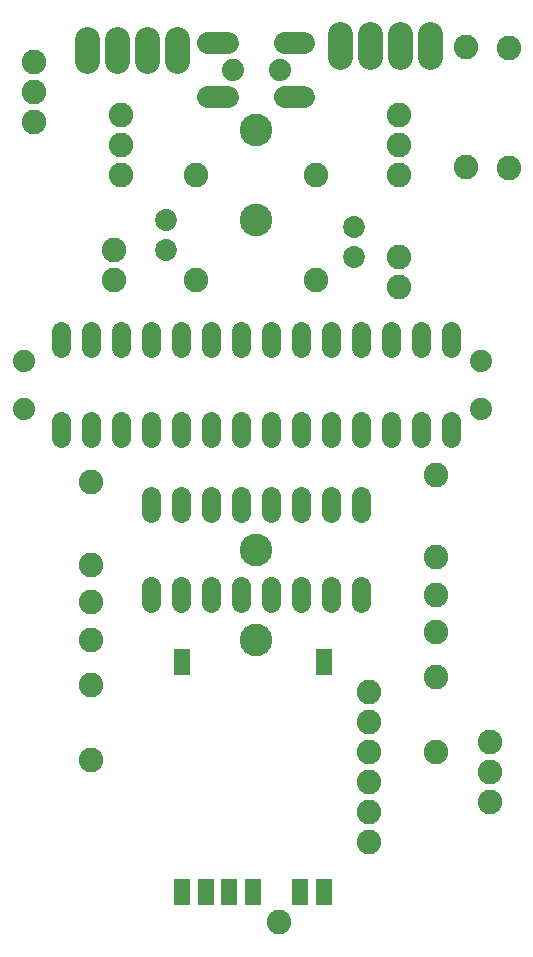
<source format=gbs>
G75*
%MOIN*%
%OFA0B0*%
%FSLAX24Y24*%
%IPPOS*%
%LPD*%
%AMOC8*
5,1,8,0,0,1.08239X$1,22.5*
%
%ADD10C,0.0820*%
%ADD11C,0.0730*%
%ADD12R,0.0580X0.0867*%
%ADD13C,0.0640*%
%ADD14C,0.0720*%
%ADD15C,0.0740*%
%ADD16C,0.1085*%
%ADD17C,0.0820*%
D10*
X003990Y006790D03*
X003990Y009290D03*
X003990Y010790D03*
X003990Y012040D03*
X003990Y013290D03*
X003990Y016040D03*
X004740Y022790D03*
X004740Y023790D03*
X004990Y026290D03*
X004990Y027290D03*
X004990Y028290D03*
X007490Y026290D03*
X007490Y022790D03*
X011490Y022790D03*
X011490Y026290D03*
X014240Y026290D03*
X014240Y027290D03*
X014240Y028290D03*
X016490Y026540D03*
X017900Y026530D03*
X017900Y030530D03*
X016490Y030540D03*
X014240Y023540D03*
X014240Y022540D03*
X015490Y016290D03*
X015490Y013540D03*
X015490Y012290D03*
X015490Y011040D03*
X015490Y009540D03*
X015490Y007040D03*
X017290Y007390D03*
X017290Y006390D03*
X017290Y005390D03*
X013240Y005040D03*
X013240Y004040D03*
X013240Y006040D03*
X013240Y007040D03*
X013240Y008040D03*
X013240Y009040D03*
X010240Y001390D03*
X002090Y028040D03*
X002090Y029040D03*
X002090Y030040D03*
D11*
X006490Y024790D03*
X006490Y023790D03*
X012740Y023540D03*
X012740Y024540D03*
D12*
X011746Y010068D03*
X007021Y010068D03*
X007021Y002390D03*
X007809Y002390D03*
X008596Y002390D03*
X009384Y002390D03*
X010959Y002390D03*
X011746Y002390D03*
D13*
X011990Y012010D02*
X011990Y012570D01*
X010990Y012570D02*
X010990Y012010D01*
X009990Y012010D02*
X009990Y012570D01*
X008990Y012570D02*
X008990Y012010D01*
X007990Y012010D02*
X007990Y012570D01*
X006990Y012570D02*
X006990Y012010D01*
X005990Y012010D02*
X005990Y012570D01*
X005990Y015010D02*
X005990Y015570D01*
X006990Y015570D02*
X006990Y015010D01*
X007990Y015010D02*
X007990Y015570D01*
X008990Y015570D02*
X008990Y015010D01*
X009990Y015010D02*
X009990Y015570D01*
X010990Y015570D02*
X010990Y015010D01*
X011990Y015010D02*
X011990Y015570D01*
X012990Y015570D02*
X012990Y015010D01*
X012990Y012570D02*
X012990Y012010D01*
X012990Y017510D02*
X012990Y018070D01*
X011990Y018070D02*
X011990Y017510D01*
X010990Y017510D02*
X010990Y018070D01*
X009990Y018070D02*
X009990Y017510D01*
X008990Y017510D02*
X008990Y018070D01*
X007990Y018070D02*
X007990Y017510D01*
X006990Y017510D02*
X006990Y018070D01*
X005990Y018070D02*
X005990Y017510D01*
X004990Y017510D02*
X004990Y018070D01*
X003990Y018070D02*
X003990Y017510D01*
X002990Y017510D02*
X002990Y018070D01*
X002990Y020510D02*
X002990Y021070D01*
X003990Y021070D02*
X003990Y020510D01*
X004990Y020510D02*
X004990Y021070D01*
X005990Y021070D02*
X005990Y020510D01*
X006990Y020510D02*
X006990Y021070D01*
X007990Y021070D02*
X007990Y020510D01*
X008990Y020510D02*
X008990Y021070D01*
X009990Y021070D02*
X009990Y020510D01*
X010990Y020510D02*
X010990Y021070D01*
X011990Y021070D02*
X011990Y020510D01*
X012990Y020510D02*
X012990Y021070D01*
X013990Y021070D02*
X013990Y020510D01*
X014990Y020510D02*
X014990Y021070D01*
X015990Y021070D02*
X015990Y020510D01*
X015990Y018070D02*
X015990Y017510D01*
X014990Y017510D02*
X014990Y018070D01*
X013990Y018070D02*
X013990Y017510D01*
D14*
X011090Y028900D02*
X010450Y028900D01*
X010450Y030680D02*
X011090Y030680D01*
X008530Y030680D02*
X007890Y030680D01*
X007890Y028900D02*
X008530Y028900D01*
D15*
X008703Y029790D03*
X010277Y029790D03*
X016990Y020077D03*
X016990Y018503D03*
X001740Y018503D03*
X001740Y020077D03*
D16*
X009490Y024790D03*
X009490Y027790D03*
X009490Y013790D03*
X009490Y010790D03*
D17*
X006840Y030080D02*
X006840Y030820D01*
X005840Y030820D02*
X005840Y030080D01*
X004840Y030080D02*
X004840Y030820D01*
X003840Y030820D02*
X003840Y030080D01*
X012280Y030230D02*
X012280Y030970D01*
X013280Y030970D02*
X013280Y030230D01*
X014280Y030230D02*
X014280Y030970D01*
X015280Y030970D02*
X015280Y030230D01*
M02*

</source>
